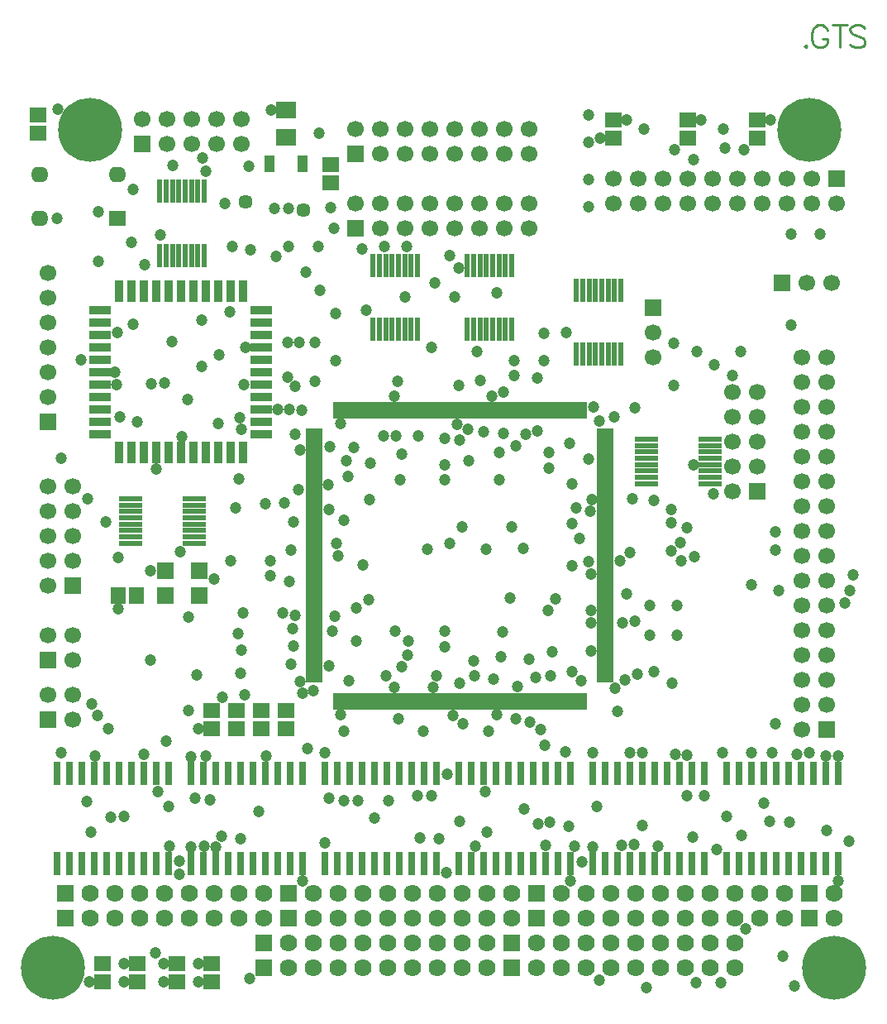
<source format=gts>
%FSLAX42Y42*%
%MOMM*%
G71*
G01*
G75*
%ADD10R,1.50X1.30*%
%ADD11R,1.50X1.50*%
%ADD12R,2.15X0.40*%
%ADD13R,2.15X0.40*%
%ADD14R,0.40X2.15*%
%ADD15R,0.40X2.15*%
%ADD16R,1.30X1.50*%
%ADD17R,0.30X1.55*%
%ADD18R,1.55X0.30*%
%ADD19R,0.76X2.03*%
%ADD20R,2.03X0.76*%
%ADD21R,0.85X1.60*%
%ADD22R,1.80X1.60*%
%ADD23R,0.60X2.20*%
%ADD24O,1.60X1.40*%
%ADD25R,1.60X1.40*%
%ADD26R,0.60X2.20*%
%ADD27C,0.20*%
%ADD28C,0.30*%
%ADD29C,1.20*%
%ADD30C,0.23*%
%ADD31C,6.35*%
%ADD32C,1.50*%
%ADD33C,1.57*%
%ADD34R,1.57X1.57*%
%ADD35C,1.00*%
%ADD36C,1.25*%
%ADD37R,0.80X2.55*%
%ADD38R,2.55X0.80*%
%ADD39R,1.60X1.80*%
%ADD40O,1.80X2.00*%
%ADD41R,1.80X2.00*%
%ADD42R,0.95X0.90*%
%ADD43R,1.00X1.70*%
%ADD44R,3.40X1.70*%
%ADD45R,2.20X0.60*%
%ADD46R,3.40X1.90*%
%ADD47C,1.00*%
%ADD48C,0.20*%
%ADD49C,0.25*%
%ADD50C,0.25*%
%ADD51C,0.25*%
%ADD52C,0.15*%
%ADD53C,0.23*%
%ADD54R,0.40X0.50*%
%ADD55R,0.40X0.50*%
%ADD56R,19.05X5.08*%
%ADD57C,0.10*%
%ADD58R,0.50X0.40*%
%ADD59R,0.50X0.40*%
%ADD60R,1.70X1.50*%
%ADD61R,1.70X1.70*%
%ADD62R,2.35X0.60*%
%ADD63R,2.35X0.60*%
%ADD64R,0.60X2.35*%
%ADD65R,0.60X2.35*%
%ADD66R,1.50X1.70*%
%ADD67R,0.50X1.75*%
%ADD68R,1.75X0.50*%
%ADD69R,0.97X2.24*%
%ADD70R,2.24X0.97*%
%ADD71R,1.05X1.80*%
%ADD72R,2.00X1.80*%
%ADD73R,0.80X2.40*%
%ADD74O,1.80X1.60*%
%ADD75R,1.80X1.60*%
%ADD76R,0.80X2.40*%
%ADD77C,6.55*%
%ADD78C,1.70*%
%ADD79C,1.78*%
%ADD80R,1.78X1.78*%
%ADD81C,1.20*%
%ADD82C,1.45*%
D30*
X18375Y25188D02*
X18364Y25177D01*
X18375Y25166D01*
X18386Y25177D01*
X18375Y25188D01*
X18599Y25340D02*
X18588Y25362D01*
X18567Y25384D01*
X18545Y25395D01*
X18501D01*
X18480Y25384D01*
X18458Y25362D01*
X18447Y25340D01*
X18436Y25308D01*
Y25253D01*
X18447Y25221D01*
X18458Y25199D01*
X18480Y25177D01*
X18501Y25166D01*
X18545D01*
X18567Y25177D01*
X18588Y25199D01*
X18599Y25221D01*
Y25253D01*
X18545D02*
X18599D01*
X18728Y25395D02*
Y25166D01*
X18652Y25395D02*
X18804D01*
X18983Y25362D02*
X18962Y25384D01*
X18929Y25395D01*
X18886D01*
X18853Y25384D01*
X18831Y25362D01*
Y25340D01*
X18842Y25319D01*
X18853Y25308D01*
X18875Y25297D01*
X18940Y25275D01*
X18962Y25264D01*
X18973Y25253D01*
X18983Y25232D01*
Y25199D01*
X18962Y25177D01*
X18929Y25166D01*
X18886D01*
X18853Y25177D01*
X18831Y25199D01*
D60*
X17882Y24428D02*
D03*
Y24238D02*
D03*
X17170Y24428D02*
D03*
Y24238D02*
D03*
X16408Y24428D02*
D03*
Y24238D02*
D03*
X12294Y18383D02*
D03*
Y18193D02*
D03*
X12548Y18383D02*
D03*
Y18193D02*
D03*
X12802D02*
D03*
Y18383D02*
D03*
X13056Y18193D02*
D03*
Y18383D02*
D03*
X13513Y23781D02*
D03*
Y23971D02*
D03*
X10516Y24289D02*
D03*
Y24479D02*
D03*
X12294Y15602D02*
D03*
Y15792D02*
D03*
X11938Y15602D02*
D03*
Y15792D02*
D03*
X11532Y15602D02*
D03*
Y15792D02*
D03*
X11176Y15602D02*
D03*
Y15792D02*
D03*
D61*
X12164Y19812D02*
D03*
X11814D02*
D03*
X12164Y19558D02*
D03*
X11814D02*
D03*
X16815Y22504D02*
D03*
X17882Y20625D02*
D03*
X10617Y18898D02*
D03*
Y18288D02*
D03*
X11582Y24181D02*
D03*
X18694Y23825D02*
D03*
X10871Y19660D02*
D03*
X13767Y24079D02*
D03*
X18593Y18186D02*
D03*
X13767Y23317D02*
D03*
X18136Y22758D02*
D03*
X10617Y21336D02*
D03*
D62*
X16741Y21157D02*
D03*
X11458Y20548D02*
D03*
D63*
X16741Y21092D02*
D03*
Y21027D02*
D03*
Y20962D02*
D03*
Y20897D02*
D03*
Y20832D02*
D03*
Y20767D02*
D03*
Y20702D02*
D03*
X17396Y21157D02*
D03*
Y21092D02*
D03*
Y21027D02*
D03*
Y20962D02*
D03*
Y20897D02*
D03*
Y20832D02*
D03*
Y20767D02*
D03*
Y20702D02*
D03*
X11458Y20482D02*
D03*
Y20418D02*
D03*
Y20353D02*
D03*
Y20288D02*
D03*
Y20223D02*
D03*
Y20158D02*
D03*
Y20093D02*
D03*
X12113Y20548D02*
D03*
Y20482D02*
D03*
Y20418D02*
D03*
Y20353D02*
D03*
Y20288D02*
D03*
Y20223D02*
D03*
Y20158D02*
D03*
Y20093D02*
D03*
D64*
X16484Y22680D02*
D03*
X15366Y22934D02*
D03*
X14401D02*
D03*
X12216Y23695D02*
D03*
D65*
X16418Y22680D02*
D03*
X16354D02*
D03*
X16289D02*
D03*
X16224D02*
D03*
X16159D02*
D03*
X16094D02*
D03*
X16029D02*
D03*
X16484Y22025D02*
D03*
X16418D02*
D03*
X16354D02*
D03*
X16289D02*
D03*
X16224D02*
D03*
X16159D02*
D03*
X16094D02*
D03*
X16029D02*
D03*
X15301Y22934D02*
D03*
X15236D02*
D03*
X15171D02*
D03*
X15106D02*
D03*
X15041D02*
D03*
X14976D02*
D03*
X14911D02*
D03*
X15366Y22279D02*
D03*
X15301D02*
D03*
X15236D02*
D03*
X15171D02*
D03*
X15106D02*
D03*
X15041D02*
D03*
X14976D02*
D03*
X14911D02*
D03*
X14336Y22934D02*
D03*
X14271D02*
D03*
X14206D02*
D03*
X14141D02*
D03*
X14076D02*
D03*
X14011D02*
D03*
X13946D02*
D03*
X14401Y22279D02*
D03*
X14336D02*
D03*
X14271D02*
D03*
X14206D02*
D03*
X14141D02*
D03*
X14076D02*
D03*
X14011D02*
D03*
X13946D02*
D03*
X12151Y23695D02*
D03*
X12086D02*
D03*
X12021D02*
D03*
X11956D02*
D03*
X11891D02*
D03*
X11826D02*
D03*
X11761D02*
D03*
X12216Y23040D02*
D03*
X12151D02*
D03*
X12086D02*
D03*
X12021D02*
D03*
X11956D02*
D03*
X11891D02*
D03*
X11826D02*
D03*
X11761D02*
D03*
D66*
X11525Y19558D02*
D03*
X11335D02*
D03*
D67*
X13559Y18474D02*
D03*
X13609D02*
D03*
X13659D02*
D03*
X13709D02*
D03*
X13759D02*
D03*
X13809D02*
D03*
X13859D02*
D03*
X13909D02*
D03*
X13959D02*
D03*
X14009D02*
D03*
X14059D02*
D03*
X14109D02*
D03*
X14159D02*
D03*
X14209D02*
D03*
X14259D02*
D03*
X14309D02*
D03*
X14359D02*
D03*
X14409D02*
D03*
X14459D02*
D03*
X14509D02*
D03*
X14559D02*
D03*
X14609D02*
D03*
X14659D02*
D03*
X14709D02*
D03*
X14759D02*
D03*
X14809D02*
D03*
X14859D02*
D03*
X14909D02*
D03*
X14959D02*
D03*
X15009D02*
D03*
X15059D02*
D03*
X15109D02*
D03*
X15159D02*
D03*
X15209D02*
D03*
X15259D02*
D03*
X15309D02*
D03*
X15359D02*
D03*
X15409D02*
D03*
X15459D02*
D03*
X15509D02*
D03*
X15559D02*
D03*
X15609D02*
D03*
X15659D02*
D03*
X15709D02*
D03*
X15759D02*
D03*
X15809D02*
D03*
X15859D02*
D03*
X15909D02*
D03*
X15959D02*
D03*
X16009D02*
D03*
X16059D02*
D03*
X16109D02*
D03*
X13559Y21454D02*
D03*
X13609D02*
D03*
X13659D02*
D03*
X13709D02*
D03*
X13759D02*
D03*
X13809D02*
D03*
X13859D02*
D03*
X13909D02*
D03*
X13959D02*
D03*
X14009D02*
D03*
X14059D02*
D03*
X14109D02*
D03*
X14159D02*
D03*
X14209D02*
D03*
X14259D02*
D03*
X14309D02*
D03*
X14359D02*
D03*
X14409D02*
D03*
X14459D02*
D03*
X14509D02*
D03*
X14559D02*
D03*
X14609D02*
D03*
X14659D02*
D03*
X14709D02*
D03*
X14759D02*
D03*
X14809D02*
D03*
X14859D02*
D03*
X14909D02*
D03*
X14959D02*
D03*
X15059D02*
D03*
X15109D02*
D03*
X15159D02*
D03*
X15209D02*
D03*
X15259D02*
D03*
X15309D02*
D03*
X15359D02*
D03*
X15409D02*
D03*
X15459D02*
D03*
X15509D02*
D03*
X15559D02*
D03*
X15609D02*
D03*
X15659D02*
D03*
X15709D02*
D03*
X15759D02*
D03*
X15809D02*
D03*
X15859D02*
D03*
X15909D02*
D03*
X15959D02*
D03*
X16009D02*
D03*
X16059D02*
D03*
X16109D02*
D03*
X15009D02*
D03*
D68*
X13344Y21239D02*
D03*
Y21189D02*
D03*
Y21139D02*
D03*
Y21089D02*
D03*
Y21039D02*
D03*
Y20989D02*
D03*
Y20939D02*
D03*
Y20889D02*
D03*
Y20839D02*
D03*
Y20789D02*
D03*
Y20739D02*
D03*
Y20689D02*
D03*
Y20639D02*
D03*
Y20589D02*
D03*
Y20539D02*
D03*
Y20489D02*
D03*
Y20439D02*
D03*
Y20389D02*
D03*
Y20339D02*
D03*
Y20289D02*
D03*
Y20239D02*
D03*
Y20189D02*
D03*
Y20139D02*
D03*
Y20089D02*
D03*
Y20039D02*
D03*
Y19989D02*
D03*
Y19939D02*
D03*
Y19889D02*
D03*
Y19839D02*
D03*
Y19789D02*
D03*
Y19739D02*
D03*
Y19689D02*
D03*
Y19639D02*
D03*
Y19589D02*
D03*
Y19539D02*
D03*
Y19489D02*
D03*
Y19439D02*
D03*
Y19389D02*
D03*
Y19339D02*
D03*
Y19289D02*
D03*
Y19239D02*
D03*
Y19189D02*
D03*
Y19139D02*
D03*
Y19089D02*
D03*
Y19039D02*
D03*
Y18989D02*
D03*
Y18939D02*
D03*
Y18889D02*
D03*
Y18839D02*
D03*
Y18789D02*
D03*
Y18739D02*
D03*
Y18689D02*
D03*
X16324Y21239D02*
D03*
Y21189D02*
D03*
Y21139D02*
D03*
Y21089D02*
D03*
Y21039D02*
D03*
Y20989D02*
D03*
Y20939D02*
D03*
Y20889D02*
D03*
Y20839D02*
D03*
Y20789D02*
D03*
Y20739D02*
D03*
Y20689D02*
D03*
Y20639D02*
D03*
Y20589D02*
D03*
Y20539D02*
D03*
Y20489D02*
D03*
Y20439D02*
D03*
Y20389D02*
D03*
Y20339D02*
D03*
Y20289D02*
D03*
Y20239D02*
D03*
Y20189D02*
D03*
Y20139D02*
D03*
Y20089D02*
D03*
Y20039D02*
D03*
Y19989D02*
D03*
Y19939D02*
D03*
Y19889D02*
D03*
Y19839D02*
D03*
Y19789D02*
D03*
Y19739D02*
D03*
Y19689D02*
D03*
Y19639D02*
D03*
Y19589D02*
D03*
Y19539D02*
D03*
Y19489D02*
D03*
Y19439D02*
D03*
Y19389D02*
D03*
Y19339D02*
D03*
Y19289D02*
D03*
Y19239D02*
D03*
Y19189D02*
D03*
Y19139D02*
D03*
Y19089D02*
D03*
Y19039D02*
D03*
Y18989D02*
D03*
Y18939D02*
D03*
Y18889D02*
D03*
Y18839D02*
D03*
Y18789D02*
D03*
Y18739D02*
D03*
Y18689D02*
D03*
D69*
X12611Y22670D02*
D03*
X12484D02*
D03*
X12357D02*
D03*
X12230D02*
D03*
X12103D02*
D03*
X11976D02*
D03*
X11849D02*
D03*
X11722D02*
D03*
X11595D02*
D03*
X11468D02*
D03*
X11341D02*
D03*
Y21018D02*
D03*
X11468D02*
D03*
X11595D02*
D03*
X11722D02*
D03*
X11849D02*
D03*
X11976D02*
D03*
X12103D02*
D03*
X12230D02*
D03*
X12357D02*
D03*
X12484D02*
D03*
X12611D02*
D03*
D70*
X11151Y22479D02*
D03*
Y22352D02*
D03*
Y22225D02*
D03*
Y22098D02*
D03*
Y21971D02*
D03*
Y21844D02*
D03*
Y21717D02*
D03*
Y21590D02*
D03*
Y21463D02*
D03*
Y21336D02*
D03*
Y21209D02*
D03*
X12802D02*
D03*
Y21336D02*
D03*
Y21463D02*
D03*
Y21590D02*
D03*
Y21717D02*
D03*
Y21844D02*
D03*
Y21971D02*
D03*
Y22098D02*
D03*
Y22225D02*
D03*
Y22352D02*
D03*
Y22479D02*
D03*
D71*
X13226Y23978D02*
D03*
X12886D02*
D03*
D72*
X13056Y24244D02*
D03*
Y24524D02*
D03*
D73*
X11849Y17732D02*
D03*
X11722D02*
D03*
X11595D02*
D03*
X11468D02*
D03*
X11341D02*
D03*
X11214D02*
D03*
X11087D02*
D03*
X10960D02*
D03*
X10833D02*
D03*
X10706D02*
D03*
X11849Y16812D02*
D03*
X11722D02*
D03*
X11595D02*
D03*
X11468D02*
D03*
X11341D02*
D03*
X11214D02*
D03*
X11087D02*
D03*
X10960D02*
D03*
X10833D02*
D03*
X10706D02*
D03*
X17335Y17732D02*
D03*
X17209D02*
D03*
X17082D02*
D03*
X16954D02*
D03*
X16827D02*
D03*
X16701D02*
D03*
X16574D02*
D03*
X16446D02*
D03*
X16320D02*
D03*
X16193D02*
D03*
X17335Y16812D02*
D03*
X17209D02*
D03*
X17082D02*
D03*
X16954D02*
D03*
X16827D02*
D03*
X16701D02*
D03*
X16574D02*
D03*
X16446D02*
D03*
X16320D02*
D03*
X16193D02*
D03*
X18707Y17732D02*
D03*
X18580D02*
D03*
X18453D02*
D03*
X18326D02*
D03*
X18199D02*
D03*
X18072D02*
D03*
X17945D02*
D03*
X17818D02*
D03*
X17691D02*
D03*
X17564D02*
D03*
X18707Y16812D02*
D03*
X18580D02*
D03*
X18453D02*
D03*
X18326D02*
D03*
X18199D02*
D03*
X18072D02*
D03*
X17945D02*
D03*
X17818D02*
D03*
X17691D02*
D03*
X17564D02*
D03*
X15964Y17732D02*
D03*
X15837D02*
D03*
X15710D02*
D03*
X15583D02*
D03*
X15456D02*
D03*
X15329D02*
D03*
X15202D02*
D03*
X15075D02*
D03*
X14948D02*
D03*
X14821D02*
D03*
X15964Y16812D02*
D03*
X15837D02*
D03*
X15710D02*
D03*
X15583D02*
D03*
X15456D02*
D03*
X15329D02*
D03*
X15202D02*
D03*
X15075D02*
D03*
X14948D02*
D03*
X14821D02*
D03*
X14592Y17732D02*
D03*
X14465D02*
D03*
X14338D02*
D03*
X14211D02*
D03*
X14084D02*
D03*
X13957D02*
D03*
X13830D02*
D03*
X13703D02*
D03*
X13576D02*
D03*
X13449D02*
D03*
X14592Y16812D02*
D03*
X14465D02*
D03*
X14338D02*
D03*
X14211D02*
D03*
X14084D02*
D03*
X13957D02*
D03*
X13703D02*
D03*
X13576D02*
D03*
X13449D02*
D03*
X13221Y17732D02*
D03*
X13094D02*
D03*
X12967D02*
D03*
X12840D02*
D03*
X12713D02*
D03*
X12586D02*
D03*
X12459D02*
D03*
X12332D02*
D03*
X12205D02*
D03*
X12078D02*
D03*
X13221Y16812D02*
D03*
X13094D02*
D03*
X12967D02*
D03*
X12840D02*
D03*
X12713D02*
D03*
X12586D02*
D03*
X12459D02*
D03*
X12332D02*
D03*
X12205D02*
D03*
X12078D02*
D03*
D74*
X10528Y23869D02*
D03*
Y23419D02*
D03*
X11328Y23869D02*
D03*
D75*
Y23419D02*
D03*
D76*
X13830Y16812D02*
D03*
D77*
X10668Y15748D02*
D03*
X18415Y24321D02*
D03*
X18669Y15748D02*
D03*
X11049Y24321D02*
D03*
D78*
X16815Y22250D02*
D03*
Y21996D02*
D03*
X17628Y21641D02*
D03*
X17882D02*
D03*
X17628Y21387D02*
D03*
X17882D02*
D03*
X17628Y21133D02*
D03*
X17882D02*
D03*
X17628Y20879D02*
D03*
X17882D02*
D03*
X17628Y20625D02*
D03*
X10871Y19152D02*
D03*
Y18898D02*
D03*
X10617Y19152D02*
D03*
X10871Y18542D02*
D03*
Y18288D02*
D03*
X10617Y18542D02*
D03*
X12598Y24435D02*
D03*
Y24181D02*
D03*
X12344Y24435D02*
D03*
Y24181D02*
D03*
X12090Y24435D02*
D03*
Y24181D02*
D03*
X11836Y24435D02*
D03*
Y24181D02*
D03*
X11582Y24435D02*
D03*
X18694Y23571D02*
D03*
X18440Y23825D02*
D03*
Y23571D02*
D03*
X18186Y23825D02*
D03*
Y23571D02*
D03*
X17932Y23825D02*
D03*
Y23571D02*
D03*
X17678Y23825D02*
D03*
Y23571D02*
D03*
X17424Y23825D02*
D03*
Y23571D02*
D03*
X17170Y23825D02*
D03*
Y23571D02*
D03*
X16916Y23825D02*
D03*
Y23571D02*
D03*
X16662Y23825D02*
D03*
Y23571D02*
D03*
X16408Y23825D02*
D03*
Y23571D02*
D03*
X10617Y20676D02*
D03*
X10871D02*
D03*
X10617Y20422D02*
D03*
X10871D02*
D03*
X10617Y20168D02*
D03*
X10871D02*
D03*
X10617Y19914D02*
D03*
X10871D02*
D03*
X10617Y19660D02*
D03*
X13767Y24333D02*
D03*
X14021Y24079D02*
D03*
Y24333D02*
D03*
X14275Y24079D02*
D03*
Y24333D02*
D03*
X14529Y24079D02*
D03*
Y24333D02*
D03*
X14783Y24079D02*
D03*
Y24333D02*
D03*
X15037Y24079D02*
D03*
Y24333D02*
D03*
X15291Y24079D02*
D03*
Y24333D02*
D03*
X15545Y24079D02*
D03*
Y24333D02*
D03*
X18339Y18186D02*
D03*
X18593Y18440D02*
D03*
X18339D02*
D03*
X18593Y18694D02*
D03*
X18339D02*
D03*
X18593Y18948D02*
D03*
X18339D02*
D03*
X18593Y19202D02*
D03*
X18339D02*
D03*
X18593Y19456D02*
D03*
X18339D02*
D03*
X18593Y19710D02*
D03*
X18339D02*
D03*
X18593Y19964D02*
D03*
X18339D02*
D03*
X18593Y20218D02*
D03*
X18339D02*
D03*
X18593Y20472D02*
D03*
X18339D02*
D03*
X18593Y20726D02*
D03*
X18339D02*
D03*
X18593Y20980D02*
D03*
X18339D02*
D03*
X18593Y21234D02*
D03*
X18339D02*
D03*
X18593Y21488D02*
D03*
X18339D02*
D03*
X18593Y21742D02*
D03*
X18339D02*
D03*
X18593Y21996D02*
D03*
X18339D02*
D03*
X13767Y23571D02*
D03*
X14021Y23317D02*
D03*
Y23571D02*
D03*
X14275Y23317D02*
D03*
Y23571D02*
D03*
X14529Y23317D02*
D03*
Y23571D02*
D03*
X14783Y23317D02*
D03*
Y23571D02*
D03*
X15037Y23317D02*
D03*
Y23571D02*
D03*
X15291Y23317D02*
D03*
Y23571D02*
D03*
X15545Y23317D02*
D03*
Y23571D02*
D03*
X18644Y22758D02*
D03*
X18390D02*
D03*
X10617Y21844D02*
D03*
Y21590D02*
D03*
Y22098D02*
D03*
Y22352D02*
D03*
Y22606D02*
D03*
Y22860D02*
D03*
D79*
X18669Y16510D02*
D03*
Y16256D02*
D03*
X18161Y16510D02*
D03*
Y16256D02*
D03*
X17907Y16510D02*
D03*
Y16256D02*
D03*
X17653Y16510D02*
D03*
Y16256D02*
D03*
X17399Y16510D02*
D03*
Y16256D02*
D03*
X17145Y16510D02*
D03*
Y16256D02*
D03*
X16891Y16510D02*
D03*
Y16256D02*
D03*
X16637Y16510D02*
D03*
Y16256D02*
D03*
X16383Y16510D02*
D03*
Y16256D02*
D03*
X16129Y16510D02*
D03*
Y16256D02*
D03*
X15875Y16510D02*
D03*
Y16256D02*
D03*
X15367Y16510D02*
D03*
Y16256D02*
D03*
X15113Y16510D02*
D03*
Y16256D02*
D03*
X14859Y16510D02*
D03*
Y16256D02*
D03*
X14605Y16510D02*
D03*
Y16256D02*
D03*
X14351D02*
D03*
X14097Y16510D02*
D03*
Y16256D02*
D03*
X13843Y16510D02*
D03*
Y16256D02*
D03*
X13589Y16510D02*
D03*
Y16256D02*
D03*
X13335Y16510D02*
D03*
Y16256D02*
D03*
X12827Y16510D02*
D03*
Y16256D02*
D03*
X12573Y16510D02*
D03*
Y16256D02*
D03*
X12319Y16510D02*
D03*
Y16256D02*
D03*
X12065Y16510D02*
D03*
Y16256D02*
D03*
X11811Y16510D02*
D03*
Y16256D02*
D03*
X11557Y16510D02*
D03*
Y16256D02*
D03*
X11303Y16510D02*
D03*
Y16256D02*
D03*
X11049Y16510D02*
D03*
Y16256D02*
D03*
X17653Y15748D02*
D03*
X17399D02*
D03*
X17145D02*
D03*
X16891D02*
D03*
X16637D02*
D03*
X16383D02*
D03*
X16129D02*
D03*
X15875D02*
D03*
X15621D02*
D03*
X15113D02*
D03*
X14859D02*
D03*
X14605D02*
D03*
X14351D02*
D03*
X14097D02*
D03*
X13843D02*
D03*
X13589D02*
D03*
X13335D02*
D03*
X13081D02*
D03*
X17653Y16002D02*
D03*
X17399D02*
D03*
X17145D02*
D03*
X16891D02*
D03*
X16637D02*
D03*
X16383D02*
D03*
X16129D02*
D03*
X15875D02*
D03*
X15621D02*
D03*
X15113D02*
D03*
X14859D02*
D03*
X14605D02*
D03*
X14351D02*
D03*
X14097D02*
D03*
X13843D02*
D03*
X13589D02*
D03*
X13335D02*
D03*
X13081D02*
D03*
X14351Y16510D02*
D03*
D80*
X18415D02*
D03*
Y16256D02*
D03*
X15621Y16510D02*
D03*
Y16256D02*
D03*
X13081Y16510D02*
D03*
Y16256D02*
D03*
X10795Y16510D02*
D03*
Y16256D02*
D03*
X15367Y15748D02*
D03*
X12827D02*
D03*
X15367Y16002D02*
D03*
X12827D02*
D03*
D81*
X11487Y22333D02*
D03*
X13899Y19512D02*
D03*
X15108Y17132D02*
D03*
X13790Y17460D02*
D03*
X13777Y19428D02*
D03*
X15626Y21245D02*
D03*
X14541Y17511D02*
D03*
X16238Y17396D02*
D03*
X10706Y23419D02*
D03*
X17744Y24116D02*
D03*
X12573Y20752D02*
D03*
X13957Y17277D02*
D03*
X17719Y17104D02*
D03*
X16629Y21481D02*
D03*
X16525Y18694D02*
D03*
X13195Y18677D02*
D03*
X12583Y21374D02*
D03*
X13686Y20775D02*
D03*
X14237Y21006D02*
D03*
X13566Y20089D02*
D03*
X13907Y20541D02*
D03*
X12966Y21463D02*
D03*
X14176Y21191D02*
D03*
X14681Y20897D02*
D03*
X13348Y21752D02*
D03*
X14732Y20091D02*
D03*
X13551Y19342D02*
D03*
X13348Y22149D02*
D03*
X14920Y21260D02*
D03*
X15240Y21019D02*
D03*
X11722Y20854D02*
D03*
X14174Y19190D02*
D03*
X14855Y20261D02*
D03*
X15509Y21209D02*
D03*
X15748Y21019D02*
D03*
X14681Y19032D02*
D03*
X15268Y19182D02*
D03*
X15363Y20261D02*
D03*
X13382Y23126D02*
D03*
X13256Y22868D02*
D03*
X14077Y18735D02*
D03*
X11608Y22946D02*
D03*
X10958Y21971D02*
D03*
X15778Y18981D02*
D03*
X14308Y19088D02*
D03*
X16183Y20539D02*
D03*
X15982Y19858D02*
D03*
X15540Y18903D02*
D03*
X16180Y19279D02*
D03*
X13106Y20018D02*
D03*
X12891Y19913D02*
D03*
Y19762D02*
D03*
X12846Y20498D02*
D03*
X13183Y20638D02*
D03*
X13145Y19355D02*
D03*
X13039Y20508D02*
D03*
X13147Y21209D02*
D03*
X13335Y18580D02*
D03*
X12596Y21255D02*
D03*
X14159Y21595D02*
D03*
X14209Y18294D02*
D03*
X13221Y18555D02*
D03*
X12624Y21717D02*
D03*
X11335Y19950D02*
D03*
Y19420D02*
D03*
X13563Y21958D02*
D03*
X14458Y18164D02*
D03*
X11532Y21336D02*
D03*
X15042Y21755D02*
D03*
X14868Y18247D02*
D03*
X14194Y21750D02*
D03*
X11677Y21728D02*
D03*
X12192Y22373D02*
D03*
X15624Y21783D02*
D03*
X14275Y22616D02*
D03*
X15547Y18265D02*
D03*
X15393Y21958D02*
D03*
X11303Y21844D02*
D03*
X15698Y21958D02*
D03*
X15662Y18186D02*
D03*
X16472Y19914D02*
D03*
X12693Y23099D02*
D03*
X16604Y20546D02*
D03*
X16502Y19274D02*
D03*
X16205Y21488D02*
D03*
X16449Y18374D02*
D03*
X15634Y17219D02*
D03*
X13082Y23126D02*
D03*
X12503Y23129D02*
D03*
X16776Y19456D02*
D03*
Y19151D02*
D03*
X16817Y20533D02*
D03*
X15755Y17236D02*
D03*
X16822Y18781D02*
D03*
X13082Y23517D02*
D03*
X12932D02*
D03*
X13449Y17945D02*
D03*
X12055Y19340D02*
D03*
X12078Y17905D02*
D03*
X14707Y17729D02*
D03*
X11059Y17135D02*
D03*
X10747Y17945D02*
D03*
X12156Y15792D02*
D03*
X11800D02*
D03*
X16193Y17945D02*
D03*
X11394Y15792D02*
D03*
X11717Y15900D02*
D03*
X17523Y17945D02*
D03*
X17570Y17298D02*
D03*
X18070Y20212D02*
D03*
X18004Y17247D02*
D03*
X12675Y23952D02*
D03*
X11132Y23484D02*
D03*
X16155Y23813D02*
D03*
Y24193D02*
D03*
X10719Y24536D02*
D03*
X16717Y24333D02*
D03*
X16546Y24428D02*
D03*
X18223Y23260D02*
D03*
X18527D02*
D03*
X17308Y24428D02*
D03*
X17529Y24333D02*
D03*
X18019Y24428D02*
D03*
X15428Y18623D02*
D03*
X17335Y17511D02*
D03*
X15408Y18293D02*
D03*
X17160Y17508D02*
D03*
X15766Y18732D02*
D03*
X17041Y17935D02*
D03*
X15259Y18928D02*
D03*
X17163Y17920D02*
D03*
X15176Y18705D02*
D03*
X16701Y17945D02*
D03*
X15916Y17953D02*
D03*
X16574Y17948D02*
D03*
X15707Y18024D02*
D03*
X14834Y18658D02*
D03*
X14694Y16718D02*
D03*
X14620Y17064D02*
D03*
X14102Y17457D02*
D03*
X14239Y18826D02*
D03*
X14597Y18735D02*
D03*
X15098Y17551D02*
D03*
X11483Y23711D02*
D03*
X11974Y20002D02*
D03*
X17468Y16954D02*
D03*
X17219Y17082D02*
D03*
X16861Y16995D02*
D03*
X16701Y17206D02*
D03*
X16619Y17010D02*
D03*
X16487Y16998D02*
D03*
X16088Y16827D02*
D03*
X16007Y16993D02*
D03*
X15710Y17000D02*
D03*
X14422Y17079D02*
D03*
X11963Y16701D02*
D03*
X11958Y16840D02*
D03*
X16261Y15616D02*
D03*
X17254Y15598D02*
D03*
X18593Y17150D02*
D03*
X16746Y15547D02*
D03*
X18263Y15557D02*
D03*
X18816Y17038D02*
D03*
X17762Y16147D02*
D03*
X17508Y15591D02*
D03*
X18146Y15865D02*
D03*
X12680Y15639D02*
D03*
X14991Y16995D02*
D03*
X13914Y20909D02*
D03*
X11468Y23176D02*
D03*
X16175Y19408D02*
D03*
X15812Y19525D02*
D03*
X18230Y22324D02*
D03*
X17821Y19670D02*
D03*
X18100Y19604D02*
D03*
X18778Y19482D02*
D03*
X16175Y19774D02*
D03*
X18832Y19604D02*
D03*
X16574Y19995D02*
D03*
X16650Y18748D02*
D03*
X16175Y18989D02*
D03*
X14823Y21709D02*
D03*
X14768Y18326D02*
D03*
X11120Y18329D02*
D03*
X12235Y17912D02*
D03*
X12852D02*
D03*
X11849Y17396D02*
D03*
X13274Y17993D02*
D03*
X13777Y19089D02*
D03*
X11737Y17551D02*
D03*
X11595Y17927D02*
D03*
X12771Y17343D02*
D03*
X13526Y19190D02*
D03*
X11391Y17295D02*
D03*
X11260Y17285D02*
D03*
X11232Y18190D02*
D03*
X11664Y18898D02*
D03*
X11011Y17450D02*
D03*
X11101Y17912D02*
D03*
X11067Y18451D02*
D03*
X17818Y17948D02*
D03*
X17945Y17432D02*
D03*
X15984Y18778D02*
D03*
X18031Y17945D02*
D03*
X18212Y17234D02*
D03*
X16076Y18687D02*
D03*
X18285Y17932D02*
D03*
X18411Y17950D02*
D03*
X18070Y18247D02*
D03*
X18580Y17917D02*
D03*
X18707D02*
D03*
X13150Y21699D02*
D03*
X13492Y18839D02*
D03*
X12365Y22017D02*
D03*
X13218Y21453D02*
D03*
X14503Y20028D02*
D03*
X13839Y19871D02*
D03*
X15100Y20028D02*
D03*
X15349Y19528D02*
D03*
X14682Y19190D02*
D03*
Y20739D02*
D03*
X14224D02*
D03*
X15240D02*
D03*
X15481Y20041D02*
D03*
X14295Y18951D02*
D03*
X15735Y19406D02*
D03*
X13589Y19964D02*
D03*
X13084Y19702D02*
D03*
X13647Y20330D02*
D03*
X15748Y20861D02*
D03*
X13119Y19215D02*
D03*
X13484Y20689D02*
D03*
X14559Y18615D02*
D03*
X14981Y18738D02*
D03*
X14159Y18615D02*
D03*
X14409Y21194D02*
D03*
X14808Y21311D02*
D03*
X15209Y18334D02*
D03*
X14049Y21194D02*
D03*
X15159Y21595D02*
D03*
X13609Y18334D02*
D03*
X13021Y19380D02*
D03*
X16154Y19901D02*
D03*
X14976Y18890D02*
D03*
X15609Y18720D02*
D03*
X13609Y21314D02*
D03*
X16543Y19571D02*
D03*
X16063Y20139D02*
D03*
X16624Y19294D02*
D03*
X15982Y20701D02*
D03*
X12593Y18999D02*
D03*
X12535Y20457D02*
D03*
X12489Y19914D02*
D03*
X12611Y19375D02*
D03*
X14397Y17511D02*
D03*
X12634Y18537D02*
D03*
X15126Y18166D02*
D03*
X16424Y18608D02*
D03*
X16266Y21341D02*
D03*
X14834Y17244D02*
D03*
X12563Y19167D02*
D03*
X13495Y17478D02*
D03*
X15009Y22057D02*
D03*
X15494Y17374D02*
D03*
X13564Y22441D02*
D03*
X12136Y18745D02*
D03*
X13068Y21793D02*
D03*
X15698Y22238D02*
D03*
X17056Y19456D02*
D03*
X14783Y22616D02*
D03*
X17056Y19151D02*
D03*
X12400Y18517D02*
D03*
X17011Y18659D02*
D03*
X17160Y20249D02*
D03*
X17226Y20897D02*
D03*
X12637Y22098D02*
D03*
X11989Y21184D02*
D03*
X13068Y22149D02*
D03*
X12156Y18193D02*
D03*
X12050Y21567D02*
D03*
X15945Y17195D02*
D03*
X12192Y21898D02*
D03*
X13399Y22682D02*
D03*
X12123Y17478D02*
D03*
X13449Y17026D02*
D03*
X13221Y16639D02*
D03*
X18070Y20022D02*
D03*
X15964Y16639D02*
D03*
X11811Y21729D02*
D03*
X16193Y16985D02*
D03*
X12476Y22461D02*
D03*
X12586Y17066D02*
D03*
X12395Y17094D02*
D03*
X12332Y16985D02*
D03*
X11315Y21717D02*
D03*
X12217Y16993D02*
D03*
X16155Y23533D02*
D03*
X12078Y16985D02*
D03*
X11862Y16993D02*
D03*
X12426Y23571D02*
D03*
X13390Y24290D02*
D03*
X11132Y22976D02*
D03*
X16271Y24238D02*
D03*
X16155Y24473D02*
D03*
X12903Y24524D02*
D03*
X12156Y15602D02*
D03*
X11800D02*
D03*
X17033Y24116D02*
D03*
X17226Y24016D02*
D03*
X18707Y16639D02*
D03*
X11394Y15602D02*
D03*
X10749Y20965D02*
D03*
X11038Y15602D02*
D03*
X17551Y24140D02*
D03*
X18860Y19764D02*
D03*
X15956Y21118D02*
D03*
X12055Y18383D02*
D03*
X13129Y19039D02*
D03*
X12586Y18758D02*
D03*
X16419Y21387D02*
D03*
X13106Y18857D02*
D03*
X11664Y19812D02*
D03*
X17435Y20597D02*
D03*
X17236Y19954D02*
D03*
X12316Y19729D02*
D03*
X14288Y23129D02*
D03*
X13833Y23104D02*
D03*
X14061Y23129D02*
D03*
X14577Y22758D02*
D03*
X14727Y23033D02*
D03*
X14821Y22911D02*
D03*
X12233Y23901D02*
D03*
X12197Y24039D02*
D03*
X11892Y23957D02*
D03*
X11019Y20549D02*
D03*
X11204Y20307D02*
D03*
X12276Y17462D02*
D03*
X13513Y23531D02*
D03*
X15278Y21217D02*
D03*
X15281Y21643D02*
D03*
X14928Y20937D02*
D03*
X15408Y21092D02*
D03*
X15926Y22250D02*
D03*
X17262Y22052D02*
D03*
X17028Y21704D02*
D03*
X17026Y22136D02*
D03*
X17440Y21915D02*
D03*
X16154Y20952D02*
D03*
X17706Y22050D02*
D03*
X17625Y21806D02*
D03*
X17092Y20096D02*
D03*
X16998Y20437D02*
D03*
X15987Y20295D02*
D03*
X16025Y20457D02*
D03*
X16998Y20015D02*
D03*
Y20302D02*
D03*
X17099Y19911D02*
D03*
X16170Y20417D02*
D03*
X15211Y22657D02*
D03*
X14828Y21148D02*
D03*
X15080Y21229D02*
D03*
X15390Y21811D02*
D03*
X14676Y21168D02*
D03*
X14541Y22093D02*
D03*
X13086Y21458D02*
D03*
X13195Y21049D02*
D03*
X13500Y21077D02*
D03*
X13873Y22479D02*
D03*
X13543Y23312D02*
D03*
X13752Y21074D02*
D03*
X11770Y23251D02*
D03*
X13673Y20940D02*
D03*
X12951Y23025D02*
D03*
X13190Y22149D02*
D03*
X13129Y20307D02*
D03*
X13492Y20439D02*
D03*
X13650Y17460D02*
D03*
Y18171D02*
D03*
X11349Y21389D02*
D03*
X11882Y22154D02*
D03*
X12357Y21321D02*
D03*
X13696Y18682D02*
D03*
X11826Y18070D02*
D03*
X11323Y22245D02*
D03*
D82*
X12636Y23584D02*
D03*
X13232Y23505D02*
D03*
M02*

</source>
